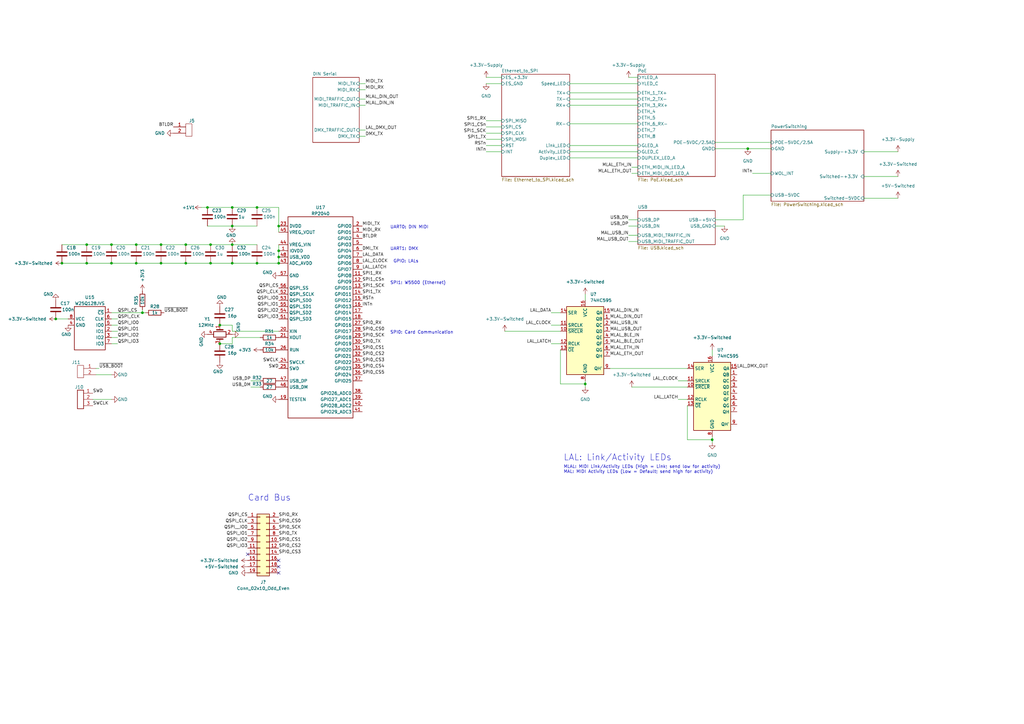
<source format=kicad_sch>
(kicad_sch (version 20211123) (generator eeschema)
  (paper "A3")
  (title_block (title "Motherboard") (rev "v0.1.1") (company "Shantea Controls and Tim Nelson") (comment 1 "MOOD: MOdular OpenDeck"))
  (lib_symbols
    (symbol "74xx:74HC595"
      (property "Reference" "U" (at -7.62 13.97 0))
      (property "Value" "74HC595" (at -7.62 -16.51 0))
      (symbol "74HC595_1_0"
        (pin tri_state line (at 10.16 7.62 180) (length 2.54) (name "QB") (number "1"))
        (pin input line (at -10.16 2.54 0) (length 2.54) (name "~{SRCLR}") (number "10"))
        (pin input line (at -10.16 5.08 0) (length 2.54) (name "SRCLK") (number "11"))
        (pin input line (at -10.16 -2.54 0) (length 2.54) (name "RCLK") (number "12"))
        (pin input line (at -10.16 -5.08 0) (length 2.54) (name "~{OE}") (number "13"))
        (pin input line (at -10.16 10.16 0) (length 2.54) (name "SER") (number "14"))
        (pin tri_state line (at 10.16 10.16 180) (length 2.54) (name "QA") (number "15"))
        (pin power_in line (at 0 15.24 270) (length 2.54) (name "VCC") (number "16"))
        (pin tri_state line (at 10.16 5.08 180) (length 2.54) (name "QC") (number "2"))
        (pin tri_state line (at 10.16 2.54 180) (length 2.54) (name "QD") (number "3"))
        (pin tri_state line (at 10.16 0 180) (length 2.54) (name "QE") (number "4"))
        (pin tri_state line (at 10.16 -2.54 180) (length 2.54) (name "QF") (number "5"))
        (pin tri_state line (at 10.16 -5.08 180) (length 2.54) (name "QG") (number "6"))
        (pin tri_state line (at 10.16 -7.62 180) (length 2.54) (name "QH") (number "7"))
        (pin power_in line (at 0 -17.78 90) (length 2.54) (name "GND") (number "8"))
        (pin output line (at 10.16 -12.7 180) (length 2.54) (name "QH'") (number "9"))
      )
      (symbol "74HC595_1_1"
        (rectangle (start -7.62 12.7) (end 7.62 -15.24) (stroke (width 0.254)) (fill (type background)))
      )
    )
    (symbol "Connector_Generic:Conn_01x02" (pin_names (offset 1.016) hide)
      (property "Reference" "J?" (at 2.54 0.0001 0))
      (property "Value" "Conn_01x02" (at 2.54 -2.5399 0))
      (symbol "Conn_01x02_1_1"
        (rectangle (start -1.27 1.27) (end 1.27 -3.81))
        (pin passive line (at -6.35 0 0) (length 5.08) (name "Pin_1") (number "1"))
        (pin passive line (at -6.35 -2.54 0) (length 5.08) (name "Pin_2") (number "2"))
      )
    )
    (symbol "Connector_Generic:Conn_01x03" (pin_names (offset 1.016) hide)
      (property "Reference" "J?" (at 2.54 1.2701 0))
      (property "Value" "Conn_01x03" (at 2.54 -1.2699 0))
      (symbol "Conn_01x03_1_1"
        (rectangle (start -1.27 3.81) (end 1.27 -3.81) (stroke (width 0.254)))
        (pin passive line (at -5.08 2.54 0) (length 3.81) (name "Pin_1") (number "1"))
        (pin passive line (at -5.08 0 0) (length 3.81) (name "Pin_2") (number "2"))
        (pin passive line (at -5.08 -2.54 0) (length 3.81) (name "Pin_3") (number "3"))
      )
    )
    (symbol "Connector_Generic:Conn_02x10_Odd_Even" (pin_names (offset 1.016) hide)
      (property "Reference" "J" (at 1.27 12.7 0))
      (property "Value" "Conn_02x10_Odd_Even" (at 1.27 -15.24 0))
      (symbol "Conn_02x10_Odd_Even_1_1"
        (rectangle (start -1.27 -12.573) (end 0 -12.827) (stroke (width 0.1524)))
        (rectangle (start -1.27 -10.033) (end 0 -10.287) (stroke (width 0.1524)))
        (rectangle (start -1.27 -7.493) (end 0 -7.747) (stroke (width 0.1524)))
        (rectangle (start -1.27 -4.953) (end 0 -5.207) (stroke (width 0.1524)))
        (rectangle (start -1.27 -2.413) (end 0 -2.667) (stroke (width 0.1524)))
        (rectangle (start -1.27 0.127) (end 0 -0.127) (stroke (width 0.1524)))
        (rectangle (start -1.27 2.667) (end 0 2.413) (stroke (width 0.1524)))
        (rectangle (start -1.27 5.207) (end 0 4.953) (stroke (width 0.1524)))
        (rectangle (start -1.27 7.747) (end 0 7.493) (stroke (width 0.1524)))
        (rectangle (start -1.27 10.287) (end 0 10.033) (stroke (width 0.1524)))
        (rectangle (start -1.27 11.43) (end 3.81 -13.97) (stroke (width 0.254)) (fill (type background)))
        (rectangle (start 3.81 -12.573) (end 2.54 -12.827) (stroke (width 0.1524)))
        (rectangle (start 3.81 -10.033) (end 2.54 -10.287) (stroke (width 0.1524)))
        (rectangle (start 3.81 -7.493) (end 2.54 -7.747) (stroke (width 0.1524)))
        (rectangle (start 3.81 -4.953) (end 2.54 -5.207) (stroke (width 0.1524)))
        (rectangle (start 3.81 -2.413) (end 2.54 -2.667) (stroke (width 0.1524)))
        (rectangle (start 3.81 0.127) (end 2.54 -0.127) (stroke (width 0.1524)))
        (rectangle (start 3.81 2.667) (end 2.54 2.413) (stroke (width 0.1524)))
        (rectangle (start 3.81 5.207) (end 2.54 4.953) (stroke (width 0.1524)))
        (rectangle (start 3.81 7.747) (end 2.54 7.493) (stroke (width 0.1524)))
        (rectangle (start 3.81 10.287) (end 2.54 10.033) (stroke (width 0.1524)))
        (pin passive line (at -5.08 10.16 0) (length 3.81) (name "Pin_1") (number "1"))
        (pin passive line (at 7.62 0 180) (length 3.81) (name "Pin_10") (number "10"))
        (pin passive line (at -5.08 -2.54 0) (length 3.81) (name "Pin_11") (number "11"))
        (pin passive line (at 7.62 -2.54 180) (length 3.81) (name "Pin_12") (number "12"))
        (pin passive line (at -5.08 -5.08 0) (length 3.81) (name "Pin_13") (number "13"))
        (pin passive line (at 7.62 -5.08 180) (length 3.81) (name "Pin_14") (number "14"))
        (pin passive line (at -5.08 -7.62 0) (length 3.81) (name "Pin_15") (number "15"))
        (pin passive line (at 7.62 -7.62 180) (length 3.81) (name "Pin_16") (number "16"))
        (pin passive line (at -5.08 -10.16 0) (length 3.81) (name "Pin_17") (number "17"))
        (pin passive line (at 7.62 -10.16 180) (length 3.81) (name "Pin_18") (number "18"))
        (pin passive line (at -5.08 -12.7 0) (length 3.81) (name "Pin_19") (number "19"))
        (pin passive line (at 7.62 10.16 180) (length 3.81) (name "Pin_2") (number "2"))
        (pin passive line (at 7.62 -12.7 180) (length 3.81) (name "Pin_20") (number "20"))
        (pin passive line (at -5.08 7.62 0) (length 3.81) (name "Pin_3") (number "3"))
        (pin passive line (at 7.62 7.62 180) (length 3.81) (name "Pin_4") (number "4"))
        (pin passive line (at -5.08 5.08 0) (length 3.81) (name "Pin_5") (number "5"))
        (pin passive line (at 7.62 5.08 180) (length 3.81) (name "Pin_6") (number "6"))
        (pin passive line (at -5.08 2.54 0) (length 3.81) (name "Pin_7") (number "7"))
        (pin passive line (at 7.62 2.54 180) (length 3.81) (name "Pin_8") (number "8"))
        (pin passive line (at -5.08 0 0) (length 3.81) (name "Pin_9") (number "9"))
      )
    )
    (symbol "Device:C" (pin_numbers hide) (pin_names (offset 0.254))
      (property "Reference" "C" (at 0.635 2.54 0))
      (property "Value" "C" (at 0.635 -2.54 0))
      (symbol "C_0_1"
        (polyline (pts (xy -2.032 -0.762) (xy 2.032 -0.762)) (stroke (width 0.508)))
        (polyline (pts (xy -2.032 0.762) (xy 2.032 0.762)) (stroke (width 0.508)))
      )
      (symbol "C_1_1"
        (pin passive line (at 0 3.81 270) (length 2.794) (name "~") (number "1"))
        (pin passive line (at 0 -3.81 90) (length 2.794) (name "~") (number "2"))
      )
    )
    (symbol "Device:R" (pin_numbers hide) (pin_names (offset 0))
      (property "Reference" "R" (at 2.032 0 90))
      (property "Value" "R" (at 0 0 90))
      (symbol "R_0_1"
        (rectangle (start -1.016 -2.54) (end 1.016 2.54) (stroke (width 0.254)))
      )
      (symbol "R_1_1"
        (pin passive line (at 0 3.81 270) (length 1.27) (name "~") (number "1"))
        (pin passive line (at 0 -3.81 90) (length 1.27) (name "~") (number "2"))
      )
    )
    (symbol "Igor:Crystal-4P" (pin_names hide)
      (property "Reference" "Y1" (at 1.27 6.35 0))
      (property "Value" "12MHz" (at 1.27 3.81 0))
      (symbol "Crystal-4P_0_1"
        (rectangle (start -1.143 2.54) (end 1.143 -2.54) (stroke (width 0.3048)))
        (polyline (pts (xy -2.54 0) (xy -1.905 0)))
        (polyline (pts (xy -1.905 -1.27) (xy -1.905 1.27)) (stroke (width 0.508)))
        (polyline (pts (xy 1.905 -1.27) (xy 1.905 1.27)) (stroke (width 0.508)))
        (polyline (pts (xy 2.54 0) (xy 1.905 0)))
      )
      (symbol "Crystal-4P_1_1"
        (pin passive line (at -3.81 0 0) (length 1.27) (name "1") (number "1"))
        (pin passive line (at 0 5.08 270) (length 2.54) (name "2") (number "2"))
        (pin passive line (at 3.81 0 180) (length 1.27) (name "3") (number "3"))
        (pin passive line (at 0 -5.08 90) (length 2.54) (name "4") (number "4"))
      )
    )
    (symbol "Igor:RP2040"
      (property "Reference" "U17" (at 13.335 86.36 0))
      (property "Value" "RP2040" (at 13.335 83.82 0))
      (symbol "RP2040_0_1"
        (rectangle (start 0 82.55) (end 26.67 0) (stroke (width 0.254)))
      )
      (symbol "RP2040_1_1"
        (pin power_in line (at -3.81 68.58 0) (length 3.81) (name "IOVDD") (number "1"))
        (pin passive line (at -3.81 68.58 0) (length 3.81) hide (name "IOVDD") (number "10"))
        (pin bidirectional line (at 30.48 58.42 180) (length 3.81) (name "GPIO8") (number "11"))
        (pin bidirectional line (at 30.48 55.88 180) (length 3.81) (name "GPIO9") (number "12"))
        (pin bidirectional line (at 30.48 53.34 180) (length 3.81) (name "GPIO10") (number "13"))
        (pin bidirectional line (at 30.48 50.8 180) (length 3.81) (name "GPIO11") (number "14"))
        (pin bidirectional line (at 30.48 48.26 180) (length 3.81) (name "GPIO12") (number "15"))
        (pin bidirectional line (at 30.48 45.72 180) (length 3.81) (name "GPIO13") (number "16"))
        (pin bidirectional line (at 30.48 43.18 180) (length 3.81) (name "GPIO14") (number "17"))
        (pin bidirectional line (at 30.48 40.64 180) (length 3.81) (name "GPIO15") (number "18"))
        (pin input line (at -3.81 7.62 0) (length 3.81) (name "TESTEN") (number "19"))
        (pin bidirectional line (at 30.48 78.74 180) (length 3.81) (name "GPIO0") (number "2"))
        (pin input line (at -3.81 35.56 0) (length 3.81) (name "XIN") (number "20"))
        (pin passive line (at -3.81 33.02 0) (length 3.81) (name "XOUT") (number "21"))
        (pin passive line (at -3.81 68.58 0) (length 3.81) hide (name "IOVDD") (number "22"))
        (pin power_in line (at -3.81 78.74 0) (length 3.81) (name "DVDD") (number "23"))
        (pin output line (at -3.81 22.86 0) (length 3.81) (name "SWCLK") (number "24"))
        (pin bidirectional line (at -3.81 20.32 0) (length 3.81) (name "SWD") (number "25"))
        (pin input line (at -3.81 27.94 0) (length 3.81) (name "RUN") (number "26"))
        (pin bidirectional line (at 30.48 38.1 180) (length 3.81) (name "GPIO16") (number "27"))
        (pin bidirectional line (at 30.48 35.56 180) (length 3.81) (name "GPIO17") (number "28"))
        (pin bidirectional line (at 30.48 33.02 180) (length 3.81) (name "GPIO18") (number "29"))
        (pin bidirectional line (at 30.48 76.2 180) (length 3.81) (name "GPIO1") (number "3"))
        (pin bidirectional line (at 30.48 30.48 180) (length 3.81) (name "GPIO19") (number "30"))
        (pin bidirectional line (at 30.48 27.94 180) (length 3.81) (name "GPIO20") (number "31"))
        (pin bidirectional line (at 30.48 25.4 180) (length 3.81) (name "GPIO21") (number "32"))
        (pin passive line (at -3.81 68.58 0) (length 3.81) hide (name "IOVDD") (number "33"))
        (pin bidirectional line (at 30.48 22.86 180) (length 3.81) (name "GPIO22") (number "34"))
        (pin bidirectional line (at 30.48 20.32 180) (length 3.81) (name "GPIO23") (number "35"))
        (pin bidirectional line (at 30.48 17.78 180) (length 3.81) (name "GPIO24") (number "36"))
        (pin bidirectional line (at 30.48 15.24 180) (length 3.81) (name "GPIO25") (number "37"))
        (pin bidirectional line (at 30.48 10.16 180) (length 3.81) (name "GPIO26_ADC0") (number "38"))
        (pin bidirectional line (at 30.48 7.62 180) (length 3.81) (name "GPIO27_ADC1") (number "39"))
        (pin bidirectional line (at 30.48 73.66 180) (length 3.81) (name "GPIO2") (number "4"))
        (pin bidirectional line (at 30.48 5.08 180) (length 3.81) (name "GPIO28_ADC2") (number "40"))
        (pin bidirectional line (at 30.48 2.54 180) (length 3.81) (name "GPIO29_ADC3") (number "41"))
        (pin passive line (at -3.81 68.58 0) (length 3.81) hide (name "IOVDD") (number "42"))
        (pin power_in line (at -3.81 63.5 0) (length 3.81) (name "ADC_AVDD") (number "43"))
        (pin power_in line (at -3.81 71.12 0) (length 3.81) (name "VREG_VIN") (number "44"))
        (pin power_out line (at -3.81 76.2 0) (length 3.81) (name "VREG_VOUT") (number "45"))
        (pin bidirectional line (at -3.81 12.7 0) (length 3.81) (name "USB_DM") (number "46"))
        (pin bidirectional line (at -3.81 15.24 0) (length 3.81) (name "USB_DP") (number "47"))
        (pin power_in line (at -3.81 66.04 0) (length 3.81) (name "USB_VDD") (number "48"))
        (pin passive line (at -3.81 68.58 0) (length 3.81) hide (name "IOVDD") (number "49"))
        (pin bidirectional line (at 30.48 71.12 180) (length 3.81) (name "GPIO3") (number "5"))
        (pin passive line (at -3.81 78.74 0) (length 3.81) hide (name "DVDD") (number "50"))
        (pin bidirectional line (at -3.81 40.64 0) (length 3.81) (name "QSPI_SD3") (number "51"))
        (pin output line (at -3.81 50.8 0) (length 3.81) (name "QSPI_SCLK") (number "52"))
        (pin bidirectional line (at -3.81 48.26 0) (length 3.81) (name "QSPI_SD0") (number "53"))
        (pin bidirectional line (at -3.81 43.18 0) (length 3.81) (name "QSPI_SD2") (number "54"))
        (pin bidirectional line (at -3.81 45.72 0) (length 3.81) (name "QSPI_SD1") (number "55"))
        (pin bidirectional line (at -3.81 53.34 0) (length 3.81) (name "QSPI_SS") (number "56"))
        (pin power_in line (at -3.81 58.42 0) (length 3.81) (name "GND") (number "57"))
        (pin bidirectional line (at 30.48 68.58 180) (length 3.81) (name "GPIO4") (number "6"))
        (pin bidirectional line (at 30.48 66.04 180) (length 3.81) (name "GPIO5") (number "7"))
        (pin bidirectional line (at 30.48 63.5 180) (length 3.81) (name "GPIO6") (number "8"))
        (pin bidirectional line (at 30.48 60.96 180) (length 3.81) (name "GPIO7") (number "9"))
      )
    )
    (symbol "Igor:W25Q128JVS"
      (property "Reference" "U?" (at 6.35 21.59 0))
      (property "Value" "W25Q128JVS" (at 6.35 19.05 0))
      (symbol "W25Q128JVS_0_1"
        (rectangle (start 0 17.78) (end 12.7 0) (stroke (width 0.254)))
      )
      (symbol "W25Q128JVS_1_1"
        (pin input line (at 15.24 15.24 180) (length 2.54) (name "~{CS}") (number "1"))
        (pin bidirectional line (at 15.24 7.62 180) (length 2.54) (name "IO1") (number "2"))
        (pin bidirectional line (at 15.24 5.08 180) (length 2.54) (name "IO2") (number "3"))
        (pin power_in line (at -2.54 10.16 0) (length 2.54) (name "GND") (number "4"))
        (pin bidirectional line (at 15.24 10.16 180) (length 2.54) (name "IO0") (number "5"))
        (pin input line (at 15.24 12.7 180) (length 2.54) (name "CLK") (number "6"))
        (pin bidirectional line (at 15.24 2.54 180) (length 2.54) (name "IO3") (number "7"))
        (pin power_in line (at -2.54 12.7 0) (length 2.54) (name "VCC") (number "8"))
      )
    )
    (symbol "MOOD_Library:+3.3V-Supply" (power) (pin_names (offset 0))
      (property "Value" "+3.3V-Supply" (at 0 3.556 0))
      (symbol "+3.3V-Supply_0_1"
        (polyline (pts (xy -0.762 1.27) (xy 0 2.54)))
        (polyline (pts (xy 0 0) (xy 0 2.54)))
        (polyline (pts (xy 0 2.54) (xy 0.762 1.27)))
      )
      (symbol "+3.3V-Supply_1_1"
        (pin power_in line (at 0 0 90) (length 0) hide (name "+3.3V-Supply") (number "1"))
      )
    )
    (symbol "MOOD_Library:+3.3V-Switched" (power) (pin_names (offset 0))
      (property "Value" "+3.3V-Switched" (at 0 3.556 0))
      (symbol "+3.3V-Switched_0_1"
        (polyline (pts (xy -0.762 1.27) (xy 0 2.54)))
        (polyline (pts (xy 0 0) (xy 0 2.54)))
        (polyline (pts (xy 0 2.54) (xy 0.762 1.27)))
      )
      (symbol "+3.3V-Switched_1_1"
        (pin power_in line (at 0 0 90) (length 0) hide (name "+3.3V-Switched") (number "1"))
      )
    )
    (symbol "MOOD_Library:+5V-Switched" (power) (pin_names (offset 0))
      (property "Value" "+5V-Switched" (at 0 3.556 0))
      (symbol "+5V-Switched_0_1"
        (polyline (pts (xy -0.762 1.27) (xy 0 2.54)))
        (polyline (pts (xy 0 0) (xy 0 2.54)))
        (polyline (pts (xy 0 2.54) (xy 0.762 1.27)))
      )
      (symbol "+5V-Switched_1_1"
        (pin power_in line (at 0 0 90) (length 0) hide (name "+5V-Switched") (number "1"))
      )
    )
    (symbol "power:+1V1" (power) (pin_names (offset 0))
      (property "Value" "+1V1" (at 0 3.556 0))
      (symbol "+1V1_0_1"
        (polyline (pts (xy -0.762 1.27) (xy 0 2.54)))
        (polyline (pts (xy 0 0) (xy 0 2.54)))
        (polyline (pts (xy 0 2.54) (xy 0.762 1.27)))
      )
      (symbol "+1V1_1_1"
        (pin power_in line (at 0 0 90) (length 0) hide (name "+1V1") (number "1"))
      )
    )
    (symbol "power:+3.3V" (power) (pin_names (offset 0))
      (property "Value" "+3.3V" (at 0 3.556 0))
      (symbol "+3.3V_0_1"
        (polyline (pts (xy -0.762 1.27) (xy 0 2.54)))
        (polyline (pts (xy 0 0) (xy 0 2.54)))
        (polyline (pts (xy 0 2.54) (xy 0.762 1.27)))
      )
      (symbol "+3.3V_1_1"
        (pin power_in line (at 0 0 90) (length 0) hide (name "+3V3") (number "1"))
      )
    )
    (symbol "power:GND" (power) (pin_names (offset 0))
      (property "Value" "GND" (at 0 -3.81 0))
      (symbol "GND_0_1"
        (polyline (pts (xy 0 0) (xy 0 -1.27) (xy 1.27 -1.27) (xy 0 -2.54) (xy -1.27 -1.27) (xy 0 -1.27)))
      )
      (symbol "GND_1_1"
        (pin power_in line (at 0 0 270) (length 0) hide (name "GND") (number "1"))
      )
    )
  )
  (junction (at 306.705 60.96))
  (junction (at 114.3 102.87))
  (junction (at 90.17 140.97))
  (junction (at 22.86 130.81))
  (junction (at 55.88 100.33))
  (junction (at 76.2 107.95))
  (junction (at 114.3 107.95))
  (junction (at 35.56 107.95))
  (junction (at 114.3 105.41))
  (junction (at 55.88 107.95))
  (junction (at 292.1 180.34))
  (junction (at 114.3 92.71))
  (junction (at 90.17 133.35))
  (junction (at 35.56 100.33))
  (junction (at 58.42 128.27))
  (junction (at 95.25 107.95))
  (junction (at 240.03 157.48))
  (junction (at 95.25 100.33))
  (junction (at 45.72 100.33))
  (junction (at 76.2 100.33))
  (junction (at 66.04 107.95))
  (junction (at 95.25 85.09))
  (junction (at 45.72 107.95))
  (junction (at 66.04 100.33))
  (junction (at 105.41 107.95))
  (junction (at 86.36 107.95))
  (junction (at 85.09 85.09))
  (junction (at 105.41 85.09))
  (junction (at 86.36 100.33))
  (junction (at 95.25 92.71))
  (junction (at 25.4 107.95))
  (no_connect (at 101.6 227.33))
  (no_connect (at 114.3 234.95))
  (no_connect (at 114.3 232.41))
  (no_connect (at 114.3 229.87))
  (wire (pts (xy 226.06 140.97) (xy 229.87 140.97)))
  (wire (pts (xy 95.25 92.71) (xy 105.41 92.71)))
  (wire (pts (xy 199.39 52.07) (xy 205.74 52.07)))
  (wire (pts (xy 147.32 40.64) (xy 149.86 40.64)))
  (wire (pts (xy 240.03 157.48) (xy 240.03 158.75)))
  (wire (pts (xy 105.41 107.95) (xy 114.3 107.95)))
  (wire (pts (xy 45.72 107.95) (xy 55.88 107.95)))
  (wire (pts (xy 257.81 96.52) (xy 261.62 96.52)))
  (wire (pts (xy 292.1 143.51) (xy 292.1 146.05)))
  (wire (pts (xy 293.37 58.42) (xy 316.23 58.42)))
  (wire (pts (xy 45.72 100.33) (xy 55.88 100.33)))
  (wire (pts (xy 304.8 90.17) (xy 293.37 90.17)))
  (wire (pts (xy 102.87 158.75) (xy 106.68 158.75)))
  (wire (pts (xy 229.87 143.51) (xy 229.87 157.48)))
  (wire (pts (xy 58.42 127) (xy 58.42 128.27)))
  (wire (pts (xy 233.68 34.29) (xy 261.62 34.29)))
  (wire (pts (xy 199.39 34.29) (xy 205.74 34.29)))
  (wire (pts (xy 147.32 36.83) (xy 149.86 36.83)))
  (wire (pts (xy 226.06 128.27) (xy 229.87 128.27)))
  (wire (pts (xy 95.25 138.43) (xy 106.68 138.43)))
  (wire (pts (xy 293.37 92.71) (xy 297.18 92.71)))
  (wire (pts (xy 257.81 92.71) (xy 261.62 92.71)))
  (wire (pts (xy 45.72 138.43) (xy 48.26 138.43)))
  (wire (pts (xy 257.81 31.75) (xy 261.62 31.75)))
  (wire (pts (xy 147.32 53.34) (xy 149.86 53.34)))
  (wire (pts (xy 35.56 100.33) (xy 45.72 100.33)))
  (wire (pts (xy 95.25 107.95) (xy 105.41 107.95)))
  (wire (pts (xy 86.36 107.95) (xy 95.25 107.95)))
  (wire (pts (xy 199.39 57.15) (xy 205.74 57.15)))
  (wire (pts (xy 105.41 85.09) (xy 114.3 85.09)))
  (wire (pts (xy 354.33 72.39) (xy 368.3 72.39)))
  (wire (pts (xy 45.72 133.35) (xy 48.26 133.35)))
  (wire (pts (xy 233.68 38.1) (xy 261.62 38.1)))
  (wire (pts (xy 233.68 43.18) (xy 261.62 43.18)))
  (wire (pts (xy 147.32 43.18) (xy 149.86 43.18)))
  (wire (pts (xy 114.3 100.33) (xy 114.3 102.87)))
  (wire (pts (xy 233.68 59.69) (xy 261.62 59.69)))
  (wire (pts (xy 85.09 85.09) (xy 95.25 85.09)))
  (wire (pts (xy 281.94 166.37) (xy 281.94 180.34)))
  (wire (pts (xy 114.3 105.41) (xy 114.3 107.95)))
  (wire (pts (xy 304.8 80.01) (xy 316.23 80.01)))
  (wire (pts (xy 22.86 130.81) (xy 27.94 130.81)))
  (wire (pts (xy 35.56 107.95) (xy 45.72 107.95)))
  (wire (pts (xy 55.88 100.33) (xy 66.04 100.33)))
  (wire (pts (xy 199.39 49.53) (xy 205.74 49.53)))
  (wire (pts (xy 233.68 40.64) (xy 261.62 40.64)))
  (wire (pts (xy 95.25 135.89) (xy 95.25 133.35)))
  (wire (pts (xy 45.72 130.81) (xy 48.26 130.81)))
  (wire (pts (xy 45.72 140.97) (xy 48.26 140.97)))
  (wire (pts (xy 58.42 128.27) (xy 59.69 128.27)))
  (wire (pts (xy 306.705 60.96) (xy 316.23 60.96)))
  (wire (pts (xy 226.06 133.35) (xy 229.87 133.35)))
  (wire (pts (xy 102.87 156.21) (xy 106.68 156.21)))
  (wire (pts (xy 281.94 180.34) (xy 292.1 180.34)))
  (wire (pts (xy 259.08 158.75) (xy 281.94 158.75)))
  (wire (pts (xy 66.04 100.33) (xy 76.2 100.33)))
  (wire (pts (xy 257.81 90.17) (xy 261.62 90.17)))
  (wire (pts (xy 76.2 100.33) (xy 86.36 100.33)))
  (wire (pts (xy 354.33 62.23) (xy 368.3 62.23)))
  (wire (pts (xy 114.3 92.71) (xy 114.3 95.25)))
  (wire (pts (xy 66.04 107.95) (xy 76.2 107.95)))
  (wire (pts (xy 55.88 107.95) (xy 66.04 107.95)))
  (wire (pts (xy 114.3 135.89) (xy 95.25 135.89)))
  (wire (pts (xy 304.8 80.01) (xy 304.8 90.17)))
  (wire (pts (xy 293.37 60.96) (xy 306.705 60.96)))
  (wire (pts (xy 199.39 54.61) (xy 205.74 54.61)))
  (wire (pts (xy 207.01 135.89) (xy 229.87 135.89)))
  (wire (pts (xy 292.1 179.07) (xy 292.1 180.34)))
  (wire (pts (xy 199.39 62.23) (xy 205.74 62.23)))
  (wire (pts (xy 114.3 102.87) (xy 114.3 105.41)))
  (wire (pts (xy 86.36 100.33) (xy 95.25 100.33)))
  (wire (pts (xy 229.87 157.48) (xy 240.03 157.48)))
  (wire (pts (xy 278.13 156.21) (xy 281.94 156.21)))
  (wire (pts (xy 147.32 34.29) (xy 149.86 34.29)))
  (wire (pts (xy 45.72 135.89) (xy 48.26 135.89)))
  (wire (pts (xy 199.39 31.75) (xy 205.74 31.75)))
  (wire (pts (xy 95.25 85.09) (xy 105.41 85.09)))
  (wire (pts (xy 259.08 68.58) (xy 261.62 68.58)))
  (wire (pts (xy 147.32 55.88) (xy 149.86 55.88)))
  (wire (pts (xy 233.68 64.77) (xy 261.62 64.77)))
  (wire (pts (xy 82.55 85.09) (xy 85.09 85.09)))
  (wire (pts (xy 199.39 59.69) (xy 205.74 59.69)))
  (wire (pts (xy 25.4 100.33) (xy 35.56 100.33)))
  (wire (pts (xy 76.2 107.95) (xy 86.36 107.95)))
  (wire (pts (xy 308.61 71.12) (xy 316.23 71.12)))
  (wire (pts (xy 85.09 92.71) (xy 95.25 92.71)))
  (wire (pts (xy 240.03 156.21) (xy 240.03 157.48)))
  (wire (pts (xy 45.72 153.67) (xy 39.37 153.67)))
  (wire (pts (xy 240.03 120.65) (xy 240.03 123.19)))
  (wire (pts (xy 95.25 133.35) (xy 90.17 133.35)))
  (wire (pts (xy 257.81 99.06) (xy 261.62 99.06)))
  (wire (pts (xy 233.68 50.8) (xy 261.62 50.8)))
  (wire (pts (xy 114.3 92.71) (xy 114.3 85.09)))
  (wire (pts (xy 250.19 151.13) (xy 281.94 151.13)))
  (wire (pts (xy 39.37 151.13) (xy 40.64 151.13)))
  (wire (pts (xy 233.68 62.23) (xy 261.62 62.23)))
  (wire (pts (xy 278.13 163.83) (xy 281.94 163.83)))
  (wire (pts (xy 354.33 81.28) (xy 368.3 81.28)))
  (wire (pts (xy 90.17 140.97) (xy 95.25 140.97)))
  (wire (pts (xy 45.72 128.27) (xy 58.42 128.27)))
  (wire (pts (xy 259.08 71.12) (xy 261.62 71.12)))
  (wire (pts (xy 45.72 163.83) (xy 38.1 163.83)))
  (wire (pts (xy 25.4 107.95) (xy 35.56 107.95)))
  (wire (pts (xy 292.1 180.34) (xy 292.1 181.61)))
  (wire (pts (xy 95.25 138.43) (xy 95.25 140.97)))
  (wire (pts (xy 95.25 100.33) (xy 105.41 100.33)))
  (text "MLAL: MIDI Link/Activity LEDs (High = Link; send low for activity)\nMAL: MIDI Activity LEDs (Low = Default; send high for activity)" (at 231.14 194.31 0) (effects (font (size 1.27 1.27)) (justify left bottom)))
  (text "Card Bus" (at 101.6 205.74 0) (effects (font (size 2.54 2.54)) (justify left bottom)))
  (text "UART1: DMX" (at 160.02 102.87 0) (effects (font (size 1.27 1.27)) (justify left bottom)))
  (text "GPIO: LALs" (at 161.29 107.95 0) (effects (font (size 1.27 1.27)) (justify left bottom)))
  (text "UART0: DIN MIDI" (at 160.02 93.98 0) (effects (font (size 1.27 1.27)) (justify left bottom)))
  (text "LAL: Link/Activity LEDs" (at 231.14 189.23 0) (effects (font (size 2.54 2.54)) (justify left bottom)))
  (text "SPI1: W5500 (Ethernet)" (at 160.02 116.84 0) (effects (font (size 1.27 1.27)) (justify left bottom)))
  (text "SPI0: Card Communication" (at 160.02 137.16 0) (effects (font (size 1.27 1.27)) (justify left bottom)))
  (label "QSPI_CLK" (at 114.3 120.65 180))
  (label "SPI1_TX" (at 148.59 120.65 0))
  (label "QSPI_CS" (at 114.3 118.11 180))
  (label "MIDI_TX" (at 149.86 34.29 0))
  (label "INTn" (at 308.61 71.12 180))
  (label "~{USB_BOOT}" (at 67.31 128.27 0))
  (label "SPI0_CS3" (at 148.59 148.59 0))
  (label "SWD" (at 114.3 151.13 180))
  (label "MIDI_TX" (at 148.59 92.71 0))
  (label "QSPI_IO0" (at 48.26 133.35 0))
  (label "MLAL_DIN_IN" (at 149.86 43.18 0))
  (label "SPI0_CS5" (at 148.59 153.67 0))
  (label "LAL_LATCH" (at 226.06 140.97 180))
  (label "SPI1_SCK" (at 148.59 118.11 0))
  (label "LAL_LATCH" (at 148.59 110.49 0))
  (label "QSPI_IO3" (at 48.26 140.97 0))
  (label "SPI0_CS1" (at 148.59 143.51 0))
  (label "QSPI_IO2" (at 114.3 128.27 180))
  (label "SPI0_CS2" (at 148.59 146.05 0))
  (label "QSPI_IO3" (at 101.6 224.79 180))
  (label "MLAL_BLE_OUT" (at 250.19 140.97 0))
  (label "QSPI_IO2" (at 48.26 138.43 0))
  (label "SPI0_SCK" (at 114.3 217.17 0))
  (label "SPI0_CS0" (at 114.3 214.63 0))
  (label "SPI0_CS0" (at 148.59 135.89 0))
  (label "~{USB_BOOT}" (at 40.64 151.13 0))
  (label "MLAL_ETH_IN" (at 250.19 143.51 0))
  (label "SPI1_TX" (at 199.39 57.15 180))
  (label "QSPI_IO2" (at 101.6 222.25 180))
  (label "INTn" (at 148.59 125.73 0))
  (label "LAL_CLOCK" (at 148.59 107.95 0))
  (label "LAL_DMX_OUT" (at 149.86 53.34 0))
  (label "MLAL_DIN_IN" (at 250.19 128.27 0))
  (label "SPI0_CS2" (at 114.3 224.79 0))
  (label "MLAL_ETH_IN" (at 259.08 68.58 180))
  (label "RSTn" (at 148.59 123.19 0))
  (label "MAL_USB_IN" (at 257.81 96.52 180))
  (label "LAL_CLOCK" (at 226.06 133.35 180))
  (label "QSPI_IO0" (at 114.3 123.19 180))
  (label "MAL_USB_IN" (at 250.19 133.35 0))
  (label "BTLDR" (at 71.12 52.07 180))
  (label "SPI1_CSn" (at 199.39 52.07 180))
  (label "USB_DM" (at 102.87 158.75 180))
  (label "MLAL_DIN_OUT" (at 149.86 40.64 0))
  (label "SPI0_TX" (at 114.3 219.71 0))
  (label "SPI0_RX" (at 148.59 133.35 0))
  (label "MIDI_RX" (at 149.86 36.83 0))
  (label "QSPI_CS" (at 101.6 212.09 180))
  (label "MLAL_DIN_OUT" (at 250.19 130.81 0))
  (label "QSPI_CS" (at 48.26 128.27 0))
  (label "MAL_USB_OUT" (at 257.81 99.06 180))
  (label "BTLDR" (at 148.59 97.79 0))
  (label "SPI1_RX" (at 148.59 113.03 0))
  (label "SPI0_CS1" (at 114.3 222.25 0))
  (label "MIDI_RX" (at 148.59 95.25 0))
  (label "LAL_CLOCK" (at 278.13 156.21 180))
  (label "SWCLK" (at 114.3 148.59 180))
  (label "MLAL_ETH_OUT" (at 259.08 71.12 180))
  (label "MAL_USB_OUT" (at 250.19 135.89 0))
  (label "SWCLK" (at 38.1 166.37 0))
  (label "USB_DP" (at 257.81 92.71 180))
  (label "LAL_DATA" (at 226.06 128.27 180))
  (label "SPI0_SCK" (at 148.59 138.43 0))
  (label "SPI0_CS4" (at 148.59 151.13 0))
  (label "QSPI_IO1" (at 48.26 135.89 0))
  (label "SPI1_RX" (at 199.39 49.53 180))
  (label "QSPI__IO0" (at 101.6 217.17 180))
  (label "DMI_TX" (at 148.59 102.87 0))
  (label "QSPI_IO3" (at 114.3 130.81 180))
  (label "LAL_DMX_OUT" (at 302.26 151.13 0))
  (label "QSPI_CLK" (at 48.26 130.81 0))
  (label "USB_DP" (at 102.87 156.21 180))
  (label "SPI0_CS3" (at 114.3 227.33 0))
  (label "SPI1_SCK" (at 199.39 54.61 180))
  (label "MLAL_BLE_IN" (at 250.19 138.43 0))
  (label "MLAL_ETH_OUT" (at 250.19 146.05 0))
  (label "DMX_TX" (at 149.86 55.88 0))
  (label "QSPI_CLK" (at 101.6 214.63 180))
  (label "SPI0_RX" (at 114.3 212.09 0))
  (label "SPI1_CSn" (at 148.59 115.57 0))
  (label "QSPI_IO1" (at 114.3 125.73 180))
  (label "RSTn" (at 199.39 59.69 180))
  (label "QSPI_IO1" (at 101.6 219.71 180))
  (label "INTn" (at 199.39 62.23 180))
  (label "USB_DN" (at 257.81 90.17 180))
  (label "SWD" (at 38.1 161.29 0))
  (label "SPI0_TX" (at 148.59 140.97 0))
  (label "LAL_DATA" (at 148.59 105.41 0))
  (label "LAL_LATCH" (at 278.13 163.83 180))
  (symbol (lib_id "MOOD_Library:+3.3V-Switched") (at 101.6 229.87 90) (mirror x) (unit 1)
    (property "Reference" "#PWR?" (effects hide))
    (property "Value" "+3.3V-Switched" (at 97.79 229.8699 90) (effects (justify left)))
  )
  (symbol (lib_id "Device:C") (at 55.88 104.14 180) (unit 1)
    (property "Reference" "C21" (at 59.69 101.6 0))
    (property "Value" "100n" (at 60.96 104.14 0))
    (property "Footprint" "Capacitor_SMD:C_0402_1005Metric" (effects hide))
    (property "LCSC" "C1525" (effects hide))
  )
  (symbol (lib_id "power:GND") (at 199.39 34.29 0) (unit 1)
    (property "Reference" "#PWR?" (effects hide))
    (property "Value" "GND" (at 199.39 39.37 0))
  )
  (symbol (lib_id "power:GND") (at 27.94 133.35 0) (unit 1)
    (property "Reference" "#PWR010" (effects hide))
    (property "Value" "GND" (at 29.21 137.16 0) (effects (justify right)))
  )
  (symbol (lib_id "power:GND") (at 45.72 163.83 90) (unit 1)
    (property "Reference" "#PWR028" (effects hide))
    (property "Value" "GND" (at 48.26 163.83 90) (effects (justify right)))
  )
  (symbol (lib_id "Device:C") (at 86.36 104.14 180) (unit 1)
    (property "Reference" "C30" (at 90.17 101.6 0))
    (property "Value" "1u" (at 90.17 104.14 0))
    (property "Footprint" "Capacitor_SMD:C_0402_1005Metric" (effects hide))
    (property "LCSC" "C52923" (effects hide))
  )
  (symbol (lib_id "power:GND") (at 297.18 92.71 0) (unit 1)
    (property "Reference" "#PWR?" (effects hide))
    (property "Value" "GND" (at 297.18 97.79 0))
  )
  (symbol (lib_id "power:GND") (at 90.17 125.73 180) (unit 1)
    (property "Reference" "#PWR017" (effects hide))
    (property "Value" "GND" (at 88.9 121.92 0) (effects (justify right)))
  )
  (symbol (lib_id "power:GND") (at 95.25 137.16 90) (unit 1)
    (property "Reference" "#PWR0152" (effects hide))
    (property "Value" "GND" (at 97.79 132.08 0) (effects (justify right)))
  )
  (symbol (lib_id "power:GND") (at 95.25 92.71 0) (unit 1)
    (property "Reference" "#PWR015" (effects hide))
    (property "Value" "GND" (effects hide))
  )
  (symbol (lib_id "Device:C") (at 90.17 129.54 180) (unit 1)
    (property "Reference" "C27" (at 93.98 127 0))
    (property "Value" "16p" (at 95.25 129.54 0))
    (property "Footprint" "Capacitor_SMD:C_0402_1005Metric" (effects hide))
    (property "LCSC" "C161307" (effects hide))
  )
  (symbol (lib_id "Device:C") (at 25.4 104.14 180) (unit 1)
    (property "Reference" "C18" (at 29.21 101.6 0))
    (property "Value" "100n" (at 30.48 104.14 0))
    (property "Footprint" "Capacitor_SMD:C_0402_1005Metric" (effects hide))
    (property "LCSC" "C1525" (effects hide))
  )
  (symbol (lib_id "Connector_Generic:Conn_01x03") (at 33.02 163.83 0) (mirror y) (unit 1)
    (property "Reference" "J10" (at 34.29 158.75 0) (effects (justify left)))
    (property "Value" "Conn_01x03" (effects hide))
    (property "Footprint" "Connector_PinHeader_2.54mm:PinHeader_1x03_P2.54mm_Vertical" (effects hide))
  )
  (symbol (lib_id "MOOD_Library:+3.3V-Switched") (at 207.01 135.89 0) (unit 1)
    (property "Reference" "#PWR?" (effects hide))
    (property "Value" "+3.3V-Switched" (at 207.01 130.81 0))
  )
  (symbol (lib_id "power:+3.3V") (at 106.68 143.51 90) (unit 1)
    (property "Reference" "#PWR030" (effects hide))
    (property "Value" "+3.3V" (at 100.33 143.51 90))
  )
  (symbol (lib_id "Device:C") (at 95.25 104.14 180) (unit 1)
    (property "Reference" "C32" (at 99.06 101.6 0))
    (property "Value" "100n" (at 100.33 104.14 0))
    (property "Footprint" "Capacitor_SMD:C_0402_1005Metric" (effects hide))
    (property "LCSC" "C1525" (effects hide))
  )
  (symbol (lib_id "Device:C") (at 90.17 144.78 180) (unit 1)
    (property "Reference" "C28" (at 93.98 142.24 0))
    (property "Value" "16p" (at 95.25 144.78 0))
    (property "Footprint" "Capacitor_SMD:C_0402_1005Metric" (effects hide))
    (property "LCSC" "C161307" (effects hide))
  )
  (symbol (lib_id "power:GND") (at 114.3 163.83 270) (unit 1)
    (property "Reference" "#PWR0176" (effects hide))
    (property "Value" "GND" (at 111.76 162.56 90) (effects (justify right)))
  )
  (symbol (lib_id "Device:R") (at 63.5 128.27 90) (unit 1)
    (property "Reference" "R28" (at 63.5 125.73 90))
    (property "Value" "1k" (at 63.5 128.27 90))
    (property "Footprint" "Resistor_SMD:R_0402_1005Metric" (effects hide))
    (property "LCSC" "C11702" (effects hide))
  )
  (symbol (lib_id "Igor:W25Q128JVS") (at 30.48 143.51 0) (unit 1)
    (property "Reference" "U15" (at 36.83 121.92 0))
    (property "Value" "W25Q128JVS" (at 36.83 124.46 0))
    (property "Footprint" "Package_SO:SOIC-8_5.23x5.23mm_P1.27mm" (effects hide))
    (property "LCSC" "C97521" (effects hide))
  )
  (symbol (lib_id "power:GND") (at 114.3 113.03 270) (unit 1)
    (property "Reference" "#PWR019" (effects hide))
    (property "Value" "GND" (at 111.76 111.76 90) (effects (justify right)))
  )
  (symbol (lib_id "Device:C") (at 105.41 104.14 180) (unit 1)
    (property "Reference" "C24" (at 109.22 101.6 0))
    (property "Value" "100n" (at 110.49 104.14 0))
    (property "Footprint" "Capacitor_SMD:C_0402_1005Metric" (effects hide))
    (property "LCSC" "C1525" (effects hide))
  )
  (symbol (lib_id "Connector_Generic:Conn_01x02") (at 77.47 52.07 0) (unit 1)
    (property "Reference" "J5" (at 77.47 49.53 0) (effects (justify left)))
    (property "Value" "Conn_01x02" (effects hide))
    (property "Footprint" "Connector_PinHeader_2.54mm:PinHeader_1x02_P2.54mm_Vertical" (effects hide))
  )
  (symbol (lib_id "Device:R") (at 110.49 156.21 90) (unit 1)
    (property "Reference" "R32" (at 105.41 154.94 90))
    (property "Value" "27" (at 110.49 156.21 90))
    (property "Footprint" "Resistor_SMD:R_0402_1005Metric" (effects hide))
    (property "LCSC" "C25100" (effects hide))
  )
  (symbol (lib_id "MOOD_Library:+5V-Switched") (at 368.3 81.28 0) (unit 1)
    (property "Reference" "#PWR?" (effects hide))
    (property "Value" "+5V-Switched" (at 368.3 76.2 0))
  )
  (symbol (lib_id "Device:C") (at 95.25 88.9 180) (unit 1)
    (property "Reference" "C29" (at 99.06 86.36 0))
    (property "Value" "1u" (at 99.06 88.9 0))
    (property "Footprint" "Capacitor_SMD:C_0402_1005Metric" (effects hide))
    (property "LCSC" "C52923" (effects hide))
  )
  (symbol (lib_id "power:GND") (at 95.25 100.33 180) (unit 1)
    (property "Reference" "#PWR016" (effects hide))
    (property "Value" "GND" (at 92.71 96.52 0) (effects (justify right)))
  )
  (symbol (lib_id "power:+3.3V") (at 58.42 119.38 0) (unit 1)
    (property "Reference" "#PWR031" (effects hide))
    (property "Value" "+3.3V" (at 58.42 113.03 90))
  )
  (symbol (lib_id "MOOD_Library:+3.3V-Supply") (at 199.39 31.75 0) (unit 1)
    (property "Reference" "#PWR?" (effects hide))
    (property "Value" "+3.3V-Supply" (at 199.39 26.67 0))
  )
  (symbol (lib_id "MOOD_Library:+3.3V-Supply") (at 368.3 62.23 0) (unit 1)
    (property "Reference" "#PWR?" (effects hide))
    (property "Value" "+3.3V-Supply" (at 368.3 57.15 0))
  )
  (symbol (lib_id "Device:C") (at 105.41 88.9 180) (unit 1)
    (property "Reference" "C25" (at 109.22 86.36 0))
    (property "Value" "100n" (at 110.49 88.9 0))
    (property "Footprint" "Capacitor_SMD:C_0402_1005Metric" (effects hide))
    (property "LCSC" "C1525" (effects hide))
  )
  (symbol (lib_id "Device:C") (at 66.04 104.14 180) (unit 1)
    (property "Reference" "C22" (at 69.85 101.6 0))
    (property "Value" "100n" (at 71.12 104.14 0))
    (property "Footprint" "Capacitor_SMD:C_0402_1005Metric" (effects hide))
    (property "LCSC" "C1525" (effects hide))
  )
  (symbol (lib_id "MOOD_Library:+3.3V-Switched") (at 240.03 120.65 0) (unit 1)
    (property "Reference" "#PWR?" (effects hide))
    (property "Value" "+3.3V-Switched" (at 240.03 115.57 0))
  )
  (symbol (lib_id "MOOD_Library:+3.3V-Switched") (at 25.4 107.95 90) (unit 1)
    (property "Reference" "#PWR?" (effects hide))
    (property "Value" "+3.3V-Switched" (at 21.59 107.9499 90) (effects (justify left)))
  )
  (symbol (lib_id "power:GND") (at 22.86 123.19 180) (unit 1)
    (property "Reference" "#PWR06" (effects hide))
    (property "Value" "GND" (at 17.78 120.65 0) (effects (justify right)))
  )
  (symbol (lib_id "Igor:Crystal-4P") (at 90.17 137.16 270) (unit 1)
    (property "Reference" "Y1" (at 83.82 130.81 90) (effects (justify left)))
    (property "Value" "12MHz" (at 81.28 133.35 90) (effects (justify left)))
    (property "Footprint" "Crystal:Crystal_SMD_2520-4Pin_2.5x2.0mm" (effects hide))
    (property "LCSC" "C254355" (effects hide))
  )
  (symbol (lib_id "Device:C") (at 22.86 127 180) (unit 1)
    (property "Reference" "C17" (at 26.67 124.46 0))
    (property "Value" "100n" (at 27.94 127 0))
    (property "Footprint" "Capacitor_SMD:C_0402_1005Metric" (effects hide))
    (property "LCSC" "C1525" (effects hide))
  )
  (symbol (lib_id "Device:C") (at 85.09 88.9 180) (unit 1)
    (property "Reference" "C23" (at 88.9 86.36 0))
    (property "Value" "100n" (at 90.17 88.9 0))
    (property "Footprint" "Capacitor_SMD:C_0402_1005Metric" (effects hide))
    (property "LCSC" "C1525" (effects hide))
  )
  (symbol (lib_id "Device:C") (at 35.56 104.14 180) (unit 1)
    (property "Reference" "C19" (at 39.37 101.6 0))
    (property "Value" "100n" (at 40.64 104.14 0))
    (property "Footprint" "Capacitor_SMD:C_0402_1005Metric" (effects hide))
    (property "LCSC" "C1525" (effects hide))
  )
  (symbol (lib_id "power:GND") (at 90.17 148.59 0) (unit 1)
    (property "Reference" "#PWR018" (effects hide))
    (property "Value" "GND" (at 91.44 152.4 0) (effects (justify right)))
  )
  (symbol (lib_id "power:GND") (at 101.6 234.95 270) (unit 1)
    (property "Reference" "#PWR?" (effects hide))
    (property "Value" "GND" (at 97.79 234.9499 90) (effects (justify right)))
  )
  (symbol (lib_id "power:GND") (at 240.03 158.75 0) (unit 1)
    (property "Reference" "#PWR?" (effects hide))
    (property "Value" "GND" (at 240.03 163.83 0))
  )
  (symbol (lib_id "Device:C") (at 76.2 104.14 180) (unit 1)
    (property "Reference" "C26" (at 80.01 101.6 0))
    (property "Value" "100n" (at 81.28 104.14 0))
    (property "Footprint" "Capacitor_SMD:C_0402_1005Metric" (effects hide))
    (property "LCSC" "C1525" (effects hide))
  )
  (symbol (lib_id "power:GND") (at 85.09 137.16 270) (unit 1)
    (property "Reference" "#PWR0147" (effects hide))
    (property "Value" "GND" (at 82.55 142.24 0) (effects (justify right)))
  )
  (symbol (lib_id "power:GND") (at 292.1 181.61 0) (unit 1)
    (property "Reference" "#PWR?" (effects hide))
    (property "Value" "GND" (at 292.1 186.69 0))
  )
  (symbol (lib_id "power:GND") (at 306.705 60.96 0) (unit 1)
    (property "Reference" "#PWR?" (effects hide))
    (property "Value" "GND" (at 306.705 66.04 0))
  )
  (symbol (lib_id "MOOD_Library:+5V-Switched") (at 101.6 232.41 90) (unit 1)
    (property "Reference" "#PWR?" (effects hide))
    (property "Value" "+5V-Switched" (at 97.79 232.4099 90) (effects (justify left)))
  )
  (symbol (lib_id "MOOD_Library:+3.3V-Switched") (at 292.1 143.51 0) (unit 1)
    (property "Reference" "#PWR?" (effects hide))
    (property "Value" "+3.3V-Switched" (at 292.1 138.43 0))
  )
  (symbol (lib_id "power:+1V1") (at 82.55 85.09 90) (unit 1)
    (property "Reference" "#PWR012" (effects hide))
    (property "Value" "+1V1" (at 80.01 85.0899 90) (effects (justify left)))
  )
  (symbol (lib_id "74xx:74HC595") (at 240.03 138.43 0) (unit 1)
    (property "Reference" "U?" (at 242.0494 120.65 0) (effects (justify left)))
    (property "Value" "74HC595" (at 242.0494 123.19 0) (effects (justify left)))
    (property "Datasheet" "http://www.ti.com/lit/ds/symlink/sn74hc595.pdf" (effects hide))
  )
  (symbol (lib_id "Device:R") (at 110.49 158.75 90) (unit 1)
    (property "Reference" "R33" (at 105.41 157.48 90))
    (property "Value" "27" (at 110.49 158.75 90))
    (property "Footprint" "Resistor_SMD:R_0402_1005Metric" (effects hide))
    (property "LCSC" "C25100" (effects hide))
  )
  (symbol (lib_id "power:GND") (at 71.12 54.61 270) (unit 1)
    (property "Reference" "#PWR0146" (effects hide))
    (property "Value" "GND" (at 63.5 54.61 90) (effects (justify left)))
  )
  (symbol (lib_id "power:GND") (at 45.72 153.67 90) (unit 1)
    (property "Reference" "#PWR029" (effects hide))
    (property "Value" "GND" (at 48.26 153.67 90) (effects (justify right)))
  )
  (symbol (lib_id "MOOD_Library:+3.3V-Switched") (at 259.08 158.75 0) (unit 1)
    (property "Reference" "#PWR?" (effects hide))
    (property "Value" "+3.3V-Switched" (at 259.08 153.67 0))
  )
  (symbol (lib_id "Device:R") (at 110.49 143.51 90) (unit 1)
    (property "Reference" "R34" (at 110.49 140.97 90))
    (property "Value" "10k" (at 110.49 143.51 90))
    (property "Footprint" "Resistor_SMD:R_0402_1005Metric" (effects hide))
    (property "LCSC" "C25744" (effects hide))
  )
  (symbol (lib_id "Device:C") (at 45.72 104.14 180) (unit 1)
    (property "Reference" "C20" (at 49.53 101.6 0))
    (property "Value" "100n" (at 50.8 104.14 0))
    (property "Footprint" "Capacitor_SMD:C_0402_1005Metric" (effects hide))
    (property "LCSC" "C1525" (effects hide))
  )
  (symbol (lib_id "Device:R") (at 58.42 123.19 0) (unit 1)
    (property "Reference" "R35" (at 55.88 123.19 90))
    (property "Value" "10k" (at 58.42 123.19 90))
    (property "Footprint" "Resistor_SMD:R_0402_1005Metric" (effects hide))
    (property "LCSC" "C25744" (effects hide))
  )
  (symbol (lib_id "Device:R") (at 110.49 138.43 90) (unit 1)
    (property "Reference" "R31" (at 110.49 135.89 90))
    (property "Value" "1k" (at 110.49 138.43 90))
    (property "Footprint" "Resistor_SMD:R_0402_1005Metric" (effects hide))
    (property "LCSC" "C11702" (effects hide))
  )
  (symbol (lib_id "MOOD_Library:+3.3V-Switched") (at 22.86 130.81 90) (unit 1)
    (property "Reference" "#PWR?" (effects hide))
    (property "Value" "+3.3V-Switched" (at 19.05 130.8099 90) (effects (justify left)))
  )
  (symbol (lib_id "Igor:RP2040") (at 118.11 171.45 0) (unit 1)
    (property "Reference" "U17" (at 131.445 85.09 0))
    (property "Value" "RP2040" (at 131.445 87.63 0))
    (property "Footprint" "Package_DFN_QFN:QFN-56-1EP_7x7mm_P0.4mm_EP3.2x3.2mm" (effects hide))
    (property "LCSC" "C2040" (effects hide))
  )
  (symbol (lib_id "Connector_Generic:Conn_02x10_Odd_Even") (at 106.68 222.25 0) (unit 1)
    (property "Reference" "J?" (at 107.95 238.76 0))
    (property "Value" "Conn_02x10_Odd_Even" (at 107.95 241.3 0))
  )
  (symbol (lib_id "MOOD_Library:+3.3V-Switched") (at 368.3 72.39 0) (unit 1)
    (property "Reference" "#PWR?" (effects hide))
    (property "Value" "+3.3V-Switched" (at 368.3 67.31 0))
  )
  (symbol (lib_id "74xx:74HC595") (at 292.1 161.29 0) (unit 1)
    (property "Reference" "U?" (at 294.1194 143.51 0) (effects (justify left)))
    (property "Value" "74HC595" (at 294.1194 146.05 0) (effects (justify left)))
    (property "Datasheet" "http://www.ti.com/lit/ds/symlink/sn74hc595.pdf" (effects hide))
  )
  (symbol (lib_id "MOOD_Library:+3.3V-Supply") (at 257.81 31.75 0) (unit 1)
    (property "Reference" "#PWR?" (effects hide))
    (property "Value" "+3.3V-Supply" (at 257.81 26.67 0))
  )
  (symbol (lib_id "Connector_Generic:Conn_01x02") (at 33.02 151.13 0) (mirror y) (unit 1)
    (property "Reference" "J11" (at 33.02 148.59 0) (effects (justify left)))
    (property "Value" "Conn_01x02" (effects hide))
    (property "Footprint" "Connector_PinHeader_2.54mm:PinHeader_1x02_P2.54mm_Vertical" (effects hide))
  )
  (sheet (at 261.62 30.48) (size 31.75 41.91) (stroke (width 0.1524))
    (property "Sheet name" "PoE" (at 261.62 29.7684 0) (effects (justify left bottom)))
    (property "Sheet file" "PoE.kicad_sch" (at 261.62 72.9746 0) (effects (justify left top)))
    (pin "GND" output (at 293.37 60.96 0))
    (pin "POE-5VDC{slash}2.5A" output (at 293.37 58.42 0))
    (pin "ETH_8" input (at 261.62 55.88 180))
    (pin "ETH_7" input (at 261.62 53.34 180))
    (pin "ETH_4" input (at 261.62 45.72 180))
    (pin "ETH_5" input (at 261.62 48.26 180))
    (pin "ETH_1_TX+" input (at 261.62 38.1 180))
    (pin "ETH_2_TX-" input (at 261.62 40.64 180))
    (pin "ETH_3_RX+" input (at 261.62 43.18 180))
    (pin "ETH_6_RX-" input (at 261.62 50.8 180))
    (pin "GLED_A" input (at 261.62 59.69 180))
    (pin "YLED_C" input (at 261.62 34.29 180))
    (pin "GLED_C" input (at 261.62 62.23 180))
    (pin "YLED_A" input (at 261.62 31.75 180))
    (pin "ETH_MIDI_IN_LED_A" input (at 261.62 68.58 180))
    (pin "ETH_MIDI_OUT_LED_A" input (at 261.62 71.12 180))
    (pin "DUPLEX_LED_A" input (at 261.62 64.77 180))
  )
  (sheet (at 261.62 86.36) (size 31.75 13.97) (stroke (width 0.1524))
    (property "Sheet name" "USB" (at 261.62 85.6484 0) (effects (justify left bottom)))
    (property "Sheet file" "USB.kicad_sch" (at 261.62 100.9146 0) (effects (justify left top)))
    (pin "USB_DP" input (at 261.62 90.17 180))
    (pin "USB_DN" input (at 261.62 92.71 180))
    (pin "USB-+5V" input (at 293.37 90.17 0))
    (pin "USB_GND" input (at 293.37 92.71 0))
    (pin "USB_MIDI_TRAFFIC_IN" input (at 261.62 96.52 180))
    (pin "USB_MIDI_TRAFFIC_OUT" input (at 261.62 99.06 180))
  )
  (sheet (at 205.74 30.48) (size 27.94 41.91) (stroke (width 0.1524))
    (property "Sheet name" "Ethernet_to_SPI" (at 205.74 29.7684 0) (effects (justify left bottom)))
    (property "Sheet file" "Ethernet_to_SPI.kicad_sch" (at 205.74 72.9746 0) (effects (justify left top)))
    (pin "TX+" input (at 233.68 38.1 0))
    (pin "TX-" input (at 233.68 40.64 0))
    (pin "RX-" input (at 233.68 50.8 0))
    (pin "RX+" input (at 233.68 43.18 0))
    (pin "Link_LED" input (at 233.68 59.69 0))
    (pin "Speed_LED" input (at 233.68 34.29 0))
    (pin "Activity_LED" input (at 233.68 62.23 0))
    (pin "Duplex_LED" input (at 233.68 64.77 0))
    (pin "ES_GND" input (at 205.74 34.29 180))
    (pin "INT" input (at 205.74 62.23 180))
    (pin "SPI_MISO" input (at 205.74 49.53 180))
    (pin "SPI_CLK" input (at 205.74 54.61 180))
    (pin "SPI_MOSI" input (at 205.74 57.15 180))
    (pin "RST" input (at 205.74 59.69 180))
    (pin "ES_+3.3V" input (at 205.74 31.75 180))
    (pin "SPI_CS" input (at 205.74 52.07 180))
  )
  (sheet (at 128.27 31.75) (size 19.05 26.67) (stroke (width 0.1524))
    (property "Sheet name" "DIN Serial" (at 128.27 31.0384 0) (effects (justify left bottom)))
    (property "Sheet file" "DIN_Serial.kicad_sch" (effects hide))
    (pin "MIDI_TX" input (at 147.32 34.29 0))
    (pin "MIDI_RX" input (at 147.32 36.83 0))
    (pin "DMX_TX" input (at 147.32 55.88 0))
    (pin "MIDI_TRAFFIC_OUT" input (at 147.32 40.64 0))
    (pin "MIDI_TRAFFIC_IN" input (at 147.32 43.18 0))
    (pin "DMX_TRAFFIC_OUT" input (at 147.32 53.34 0))
  )
  (sheet (at 316.23 53.34) (size 38.1 29.21) (stroke (width 0.1524))
    (property "Sheet name" "PowerSwitching" (at 316.23 52.6284 0) (effects (justify left bottom)))
    (property "Sheet file" "PowerSwitching.kicad_sch" (at 316.23 83.1346 0) (effects (justify left top)))
    (pin "GND" bidirectional (at 316.23 60.96 180))
    (pin "USB-5VDC" input (at 316.23 80.01 180))
    (pin "POE-5VDC{slash}2.5A" input (at 316.23 58.42 180))
    (pin "Switched-5VDC" input (at 354.33 81.28 0))
    (pin "Switched-+3.3V " input (at 354.33 72.39 0))
    (pin "Supply-+3.3V " input (at 354.33 62.23 0))
    (pin "WOL_INT" input (at 316.23 71.12 180))
  )
)
</source>
